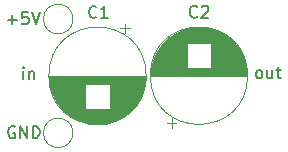
<source format=gbr>
G04 #@! TF.GenerationSoftware,KiCad,Pcbnew,(5.0.1)-3*
G04 #@! TF.CreationDate,2020-05-06T09:10:13+03:00*
G04 #@! TF.ProjectId,VienaTranPastiprinatajs,5669656E615472616E50617374697072,rev?*
G04 #@! TF.SameCoordinates,Original*
G04 #@! TF.FileFunction,Legend,Top*
G04 #@! TF.FilePolarity,Positive*
%FSLAX46Y46*%
G04 Gerber Fmt 4.6, Leading zero omitted, Abs format (unit mm)*
G04 Created by KiCad (PCBNEW (5.0.1)-3) date 06-May-20 9:10:13 AM*
%MOMM*%
%LPD*%
G01*
G04 APERTURE LIST*
%ADD10C,0.120000*%
%ADD11C,0.150000*%
G04 APERTURE END LIST*
D10*
G04 #@! TO.C,C1*
X93925000Y-45860302D02*
X93125000Y-45860302D01*
X93525000Y-45460302D02*
X93525000Y-46260302D01*
X91743000Y-53951000D02*
X90677000Y-53951000D01*
X91978000Y-53911000D02*
X90442000Y-53911000D01*
X92158000Y-53871000D02*
X90262000Y-53871000D01*
X92308000Y-53831000D02*
X90112000Y-53831000D01*
X92439000Y-53791000D02*
X89981000Y-53791000D01*
X92556000Y-53751000D02*
X89864000Y-53751000D01*
X92663000Y-53711000D02*
X89757000Y-53711000D01*
X92762000Y-53671000D02*
X89658000Y-53671000D01*
X92855000Y-53631000D02*
X89565000Y-53631000D01*
X92941000Y-53591000D02*
X89479000Y-53591000D01*
X93023000Y-53551000D02*
X89397000Y-53551000D01*
X93100000Y-53511000D02*
X89320000Y-53511000D01*
X93174000Y-53471000D02*
X89246000Y-53471000D01*
X93244000Y-53431000D02*
X89176000Y-53431000D01*
X93312000Y-53391000D02*
X89108000Y-53391000D01*
X93376000Y-53351000D02*
X89044000Y-53351000D01*
X93438000Y-53311000D02*
X88982000Y-53311000D01*
X93497000Y-53271000D02*
X88923000Y-53271000D01*
X93555000Y-53231000D02*
X88865000Y-53231000D01*
X93610000Y-53191000D02*
X88810000Y-53191000D01*
X93664000Y-53151000D02*
X88756000Y-53151000D01*
X93715000Y-53111000D02*
X88705000Y-53111000D01*
X93766000Y-53071000D02*
X88654000Y-53071000D01*
X93814000Y-53031000D02*
X88606000Y-53031000D01*
X93861000Y-52991000D02*
X88559000Y-52991000D01*
X93907000Y-52951000D02*
X88513000Y-52951000D01*
X93951000Y-52911000D02*
X88469000Y-52911000D01*
X93994000Y-52871000D02*
X88426000Y-52871000D01*
X94036000Y-52831000D02*
X88384000Y-52831000D01*
X94077000Y-52791000D02*
X88343000Y-52791000D01*
X94117000Y-52751000D02*
X88303000Y-52751000D01*
X94155000Y-52711000D02*
X88265000Y-52711000D01*
X94193000Y-52671000D02*
X88227000Y-52671000D01*
X90170000Y-52631000D02*
X88191000Y-52631000D01*
X94229000Y-52631000D02*
X92250000Y-52631000D01*
X90170000Y-52591000D02*
X88155000Y-52591000D01*
X94265000Y-52591000D02*
X92250000Y-52591000D01*
X90170000Y-52551000D02*
X88120000Y-52551000D01*
X94300000Y-52551000D02*
X92250000Y-52551000D01*
X90170000Y-52511000D02*
X88086000Y-52511000D01*
X94334000Y-52511000D02*
X92250000Y-52511000D01*
X90170000Y-52471000D02*
X88054000Y-52471000D01*
X94366000Y-52471000D02*
X92250000Y-52471000D01*
X90170000Y-52431000D02*
X88021000Y-52431000D01*
X94399000Y-52431000D02*
X92250000Y-52431000D01*
X90170000Y-52391000D02*
X87990000Y-52391000D01*
X94430000Y-52391000D02*
X92250000Y-52391000D01*
X90170000Y-52351000D02*
X87960000Y-52351000D01*
X94460000Y-52351000D02*
X92250000Y-52351000D01*
X90170000Y-52311000D02*
X87930000Y-52311000D01*
X94490000Y-52311000D02*
X92250000Y-52311000D01*
X90170000Y-52271000D02*
X87901000Y-52271000D01*
X94519000Y-52271000D02*
X92250000Y-52271000D01*
X90170000Y-52231000D02*
X87872000Y-52231000D01*
X94548000Y-52231000D02*
X92250000Y-52231000D01*
X90170000Y-52191000D02*
X87845000Y-52191000D01*
X94575000Y-52191000D02*
X92250000Y-52191000D01*
X90170000Y-52151000D02*
X87818000Y-52151000D01*
X94602000Y-52151000D02*
X92250000Y-52151000D01*
X90170000Y-52111000D02*
X87792000Y-52111000D01*
X94628000Y-52111000D02*
X92250000Y-52111000D01*
X90170000Y-52071000D02*
X87766000Y-52071000D01*
X94654000Y-52071000D02*
X92250000Y-52071000D01*
X90170000Y-52031000D02*
X87741000Y-52031000D01*
X94679000Y-52031000D02*
X92250000Y-52031000D01*
X90170000Y-51991000D02*
X87717000Y-51991000D01*
X94703000Y-51991000D02*
X92250000Y-51991000D01*
X90170000Y-51951000D02*
X87693000Y-51951000D01*
X94727000Y-51951000D02*
X92250000Y-51951000D01*
X90170000Y-51911000D02*
X87670000Y-51911000D01*
X94750000Y-51911000D02*
X92250000Y-51911000D01*
X90170000Y-51871000D02*
X87648000Y-51871000D01*
X94772000Y-51871000D02*
X92250000Y-51871000D01*
X90170000Y-51831000D02*
X87626000Y-51831000D01*
X94794000Y-51831000D02*
X92250000Y-51831000D01*
X90170000Y-51791000D02*
X87604000Y-51791000D01*
X94816000Y-51791000D02*
X92250000Y-51791000D01*
X90170000Y-51751000D02*
X87583000Y-51751000D01*
X94837000Y-51751000D02*
X92250000Y-51751000D01*
X90170000Y-51711000D02*
X87563000Y-51711000D01*
X94857000Y-51711000D02*
X92250000Y-51711000D01*
X90170000Y-51671000D02*
X87544000Y-51671000D01*
X94876000Y-51671000D02*
X92250000Y-51671000D01*
X90170000Y-51631000D02*
X87524000Y-51631000D01*
X94896000Y-51631000D02*
X92250000Y-51631000D01*
X90170000Y-51591000D02*
X87506000Y-51591000D01*
X94914000Y-51591000D02*
X92250000Y-51591000D01*
X90170000Y-51551000D02*
X87488000Y-51551000D01*
X94932000Y-51551000D02*
X92250000Y-51551000D01*
X90170000Y-51511000D02*
X87470000Y-51511000D01*
X94950000Y-51511000D02*
X92250000Y-51511000D01*
X90170000Y-51471000D02*
X87453000Y-51471000D01*
X94967000Y-51471000D02*
X92250000Y-51471000D01*
X90170000Y-51431000D02*
X87436000Y-51431000D01*
X94984000Y-51431000D02*
X92250000Y-51431000D01*
X90170000Y-51391000D02*
X87420000Y-51391000D01*
X95000000Y-51391000D02*
X92250000Y-51391000D01*
X90170000Y-51351000D02*
X87405000Y-51351000D01*
X95015000Y-51351000D02*
X92250000Y-51351000D01*
X90170000Y-51311000D02*
X87389000Y-51311000D01*
X95031000Y-51311000D02*
X92250000Y-51311000D01*
X90170000Y-51271000D02*
X87375000Y-51271000D01*
X95045000Y-51271000D02*
X92250000Y-51271000D01*
X90170000Y-51231000D02*
X87360000Y-51231000D01*
X95060000Y-51231000D02*
X92250000Y-51231000D01*
X90170000Y-51191000D02*
X87347000Y-51191000D01*
X95073000Y-51191000D02*
X92250000Y-51191000D01*
X90170000Y-51151000D02*
X87333000Y-51151000D01*
X95087000Y-51151000D02*
X92250000Y-51151000D01*
X90170000Y-51111000D02*
X87321000Y-51111000D01*
X95099000Y-51111000D02*
X92250000Y-51111000D01*
X90170000Y-51071000D02*
X87308000Y-51071000D01*
X95112000Y-51071000D02*
X92250000Y-51071000D01*
X90170000Y-51031000D02*
X87296000Y-51031000D01*
X95124000Y-51031000D02*
X92250000Y-51031000D01*
X90170000Y-50991000D02*
X87285000Y-50991000D01*
X95135000Y-50991000D02*
X92250000Y-50991000D01*
X90170000Y-50951000D02*
X87274000Y-50951000D01*
X95146000Y-50951000D02*
X92250000Y-50951000D01*
X90170000Y-50911000D02*
X87263000Y-50911000D01*
X95157000Y-50911000D02*
X92250000Y-50911000D01*
X90170000Y-50871000D02*
X87253000Y-50871000D01*
X95167000Y-50871000D02*
X92250000Y-50871000D01*
X90170000Y-50831000D02*
X87243000Y-50831000D01*
X95177000Y-50831000D02*
X92250000Y-50831000D01*
X90170000Y-50791000D02*
X87234000Y-50791000D01*
X95186000Y-50791000D02*
X92250000Y-50791000D01*
X90170000Y-50751000D02*
X87225000Y-50751000D01*
X95195000Y-50751000D02*
X92250000Y-50751000D01*
X90170000Y-50711000D02*
X87216000Y-50711000D01*
X95204000Y-50711000D02*
X92250000Y-50711000D01*
X90170000Y-50671000D02*
X87208000Y-50671000D01*
X95212000Y-50671000D02*
X92250000Y-50671000D01*
X90170000Y-50631000D02*
X87200000Y-50631000D01*
X95220000Y-50631000D02*
X92250000Y-50631000D01*
X90170000Y-50591000D02*
X87193000Y-50591000D01*
X95227000Y-50591000D02*
X92250000Y-50591000D01*
X95234000Y-50550000D02*
X87186000Y-50550000D01*
X95240000Y-50510000D02*
X87180000Y-50510000D01*
X95247000Y-50470000D02*
X87173000Y-50470000D01*
X95252000Y-50430000D02*
X87168000Y-50430000D01*
X95258000Y-50390000D02*
X87162000Y-50390000D01*
X95262000Y-50350000D02*
X87158000Y-50350000D01*
X95267000Y-50310000D02*
X87153000Y-50310000D01*
X95271000Y-50270000D02*
X87149000Y-50270000D01*
X95275000Y-50230000D02*
X87145000Y-50230000D01*
X95278000Y-50190000D02*
X87142000Y-50190000D01*
X95281000Y-50150000D02*
X87139000Y-50150000D01*
X95284000Y-50110000D02*
X87136000Y-50110000D01*
X95286000Y-50070000D02*
X87134000Y-50070000D01*
X95287000Y-50030000D02*
X87133000Y-50030000D01*
X95289000Y-49990000D02*
X87131000Y-49990000D01*
X95290000Y-49950000D02*
X87130000Y-49950000D01*
X95290000Y-49910000D02*
X87130000Y-49910000D01*
X95290000Y-49870000D02*
X87130000Y-49870000D01*
X95330000Y-49870000D02*
G75*
G03X95330000Y-49870000I-4120000J0D01*
G01*
G04 #@! TO.C,C2*
X103920000Y-49860000D02*
G75*
G03X103920000Y-49860000I-4120000J0D01*
G01*
X95720000Y-49860000D02*
X103880000Y-49860000D01*
X95720000Y-49820000D02*
X103880000Y-49820000D01*
X95720000Y-49780000D02*
X103880000Y-49780000D01*
X95721000Y-49740000D02*
X103879000Y-49740000D01*
X95723000Y-49700000D02*
X103877000Y-49700000D01*
X95724000Y-49660000D02*
X103876000Y-49660000D01*
X95726000Y-49620000D02*
X103874000Y-49620000D01*
X95729000Y-49580000D02*
X103871000Y-49580000D01*
X95732000Y-49540000D02*
X103868000Y-49540000D01*
X95735000Y-49500000D02*
X103865000Y-49500000D01*
X95739000Y-49460000D02*
X103861000Y-49460000D01*
X95743000Y-49420000D02*
X103857000Y-49420000D01*
X95748000Y-49380000D02*
X103852000Y-49380000D01*
X95752000Y-49340000D02*
X103848000Y-49340000D01*
X95758000Y-49300000D02*
X103842000Y-49300000D01*
X95763000Y-49260000D02*
X103837000Y-49260000D01*
X95770000Y-49220000D02*
X103830000Y-49220000D01*
X95776000Y-49180000D02*
X103824000Y-49180000D01*
X95783000Y-49139000D02*
X98760000Y-49139000D01*
X100840000Y-49139000D02*
X103817000Y-49139000D01*
X95790000Y-49099000D02*
X98760000Y-49099000D01*
X100840000Y-49099000D02*
X103810000Y-49099000D01*
X95798000Y-49059000D02*
X98760000Y-49059000D01*
X100840000Y-49059000D02*
X103802000Y-49059000D01*
X95806000Y-49019000D02*
X98760000Y-49019000D01*
X100840000Y-49019000D02*
X103794000Y-49019000D01*
X95815000Y-48979000D02*
X98760000Y-48979000D01*
X100840000Y-48979000D02*
X103785000Y-48979000D01*
X95824000Y-48939000D02*
X98760000Y-48939000D01*
X100840000Y-48939000D02*
X103776000Y-48939000D01*
X95833000Y-48899000D02*
X98760000Y-48899000D01*
X100840000Y-48899000D02*
X103767000Y-48899000D01*
X95843000Y-48859000D02*
X98760000Y-48859000D01*
X100840000Y-48859000D02*
X103757000Y-48859000D01*
X95853000Y-48819000D02*
X98760000Y-48819000D01*
X100840000Y-48819000D02*
X103747000Y-48819000D01*
X95864000Y-48779000D02*
X98760000Y-48779000D01*
X100840000Y-48779000D02*
X103736000Y-48779000D01*
X95875000Y-48739000D02*
X98760000Y-48739000D01*
X100840000Y-48739000D02*
X103725000Y-48739000D01*
X95886000Y-48699000D02*
X98760000Y-48699000D01*
X100840000Y-48699000D02*
X103714000Y-48699000D01*
X95898000Y-48659000D02*
X98760000Y-48659000D01*
X100840000Y-48659000D02*
X103702000Y-48659000D01*
X95911000Y-48619000D02*
X98760000Y-48619000D01*
X100840000Y-48619000D02*
X103689000Y-48619000D01*
X95923000Y-48579000D02*
X98760000Y-48579000D01*
X100840000Y-48579000D02*
X103677000Y-48579000D01*
X95937000Y-48539000D02*
X98760000Y-48539000D01*
X100840000Y-48539000D02*
X103663000Y-48539000D01*
X95950000Y-48499000D02*
X98760000Y-48499000D01*
X100840000Y-48499000D02*
X103650000Y-48499000D01*
X95965000Y-48459000D02*
X98760000Y-48459000D01*
X100840000Y-48459000D02*
X103635000Y-48459000D01*
X95979000Y-48419000D02*
X98760000Y-48419000D01*
X100840000Y-48419000D02*
X103621000Y-48419000D01*
X95995000Y-48379000D02*
X98760000Y-48379000D01*
X100840000Y-48379000D02*
X103605000Y-48379000D01*
X96010000Y-48339000D02*
X98760000Y-48339000D01*
X100840000Y-48339000D02*
X103590000Y-48339000D01*
X96026000Y-48299000D02*
X98760000Y-48299000D01*
X100840000Y-48299000D02*
X103574000Y-48299000D01*
X96043000Y-48259000D02*
X98760000Y-48259000D01*
X100840000Y-48259000D02*
X103557000Y-48259000D01*
X96060000Y-48219000D02*
X98760000Y-48219000D01*
X100840000Y-48219000D02*
X103540000Y-48219000D01*
X96078000Y-48179000D02*
X98760000Y-48179000D01*
X100840000Y-48179000D02*
X103522000Y-48179000D01*
X96096000Y-48139000D02*
X98760000Y-48139000D01*
X100840000Y-48139000D02*
X103504000Y-48139000D01*
X96114000Y-48099000D02*
X98760000Y-48099000D01*
X100840000Y-48099000D02*
X103486000Y-48099000D01*
X96134000Y-48059000D02*
X98760000Y-48059000D01*
X100840000Y-48059000D02*
X103466000Y-48059000D01*
X96153000Y-48019000D02*
X98760000Y-48019000D01*
X100840000Y-48019000D02*
X103447000Y-48019000D01*
X96173000Y-47979000D02*
X98760000Y-47979000D01*
X100840000Y-47979000D02*
X103427000Y-47979000D01*
X96194000Y-47939000D02*
X98760000Y-47939000D01*
X100840000Y-47939000D02*
X103406000Y-47939000D01*
X96216000Y-47899000D02*
X98760000Y-47899000D01*
X100840000Y-47899000D02*
X103384000Y-47899000D01*
X96238000Y-47859000D02*
X98760000Y-47859000D01*
X100840000Y-47859000D02*
X103362000Y-47859000D01*
X96260000Y-47819000D02*
X98760000Y-47819000D01*
X100840000Y-47819000D02*
X103340000Y-47819000D01*
X96283000Y-47779000D02*
X98760000Y-47779000D01*
X100840000Y-47779000D02*
X103317000Y-47779000D01*
X96307000Y-47739000D02*
X98760000Y-47739000D01*
X100840000Y-47739000D02*
X103293000Y-47739000D01*
X96331000Y-47699000D02*
X98760000Y-47699000D01*
X100840000Y-47699000D02*
X103269000Y-47699000D01*
X96356000Y-47659000D02*
X98760000Y-47659000D01*
X100840000Y-47659000D02*
X103244000Y-47659000D01*
X96382000Y-47619000D02*
X98760000Y-47619000D01*
X100840000Y-47619000D02*
X103218000Y-47619000D01*
X96408000Y-47579000D02*
X98760000Y-47579000D01*
X100840000Y-47579000D02*
X103192000Y-47579000D01*
X96435000Y-47539000D02*
X98760000Y-47539000D01*
X100840000Y-47539000D02*
X103165000Y-47539000D01*
X96462000Y-47499000D02*
X98760000Y-47499000D01*
X100840000Y-47499000D02*
X103138000Y-47499000D01*
X96491000Y-47459000D02*
X98760000Y-47459000D01*
X100840000Y-47459000D02*
X103109000Y-47459000D01*
X96520000Y-47419000D02*
X98760000Y-47419000D01*
X100840000Y-47419000D02*
X103080000Y-47419000D01*
X96550000Y-47379000D02*
X98760000Y-47379000D01*
X100840000Y-47379000D02*
X103050000Y-47379000D01*
X96580000Y-47339000D02*
X98760000Y-47339000D01*
X100840000Y-47339000D02*
X103020000Y-47339000D01*
X96611000Y-47299000D02*
X98760000Y-47299000D01*
X100840000Y-47299000D02*
X102989000Y-47299000D01*
X96644000Y-47259000D02*
X98760000Y-47259000D01*
X100840000Y-47259000D02*
X102956000Y-47259000D01*
X96676000Y-47219000D02*
X98760000Y-47219000D01*
X100840000Y-47219000D02*
X102924000Y-47219000D01*
X96710000Y-47179000D02*
X98760000Y-47179000D01*
X100840000Y-47179000D02*
X102890000Y-47179000D01*
X96745000Y-47139000D02*
X98760000Y-47139000D01*
X100840000Y-47139000D02*
X102855000Y-47139000D01*
X96781000Y-47099000D02*
X98760000Y-47099000D01*
X100840000Y-47099000D02*
X102819000Y-47099000D01*
X96817000Y-47059000D02*
X102783000Y-47059000D01*
X96855000Y-47019000D02*
X102745000Y-47019000D01*
X96893000Y-46979000D02*
X102707000Y-46979000D01*
X96933000Y-46939000D02*
X102667000Y-46939000D01*
X96974000Y-46899000D02*
X102626000Y-46899000D01*
X97016000Y-46859000D02*
X102584000Y-46859000D01*
X97059000Y-46819000D02*
X102541000Y-46819000D01*
X97103000Y-46779000D02*
X102497000Y-46779000D01*
X97149000Y-46739000D02*
X102451000Y-46739000D01*
X97196000Y-46699000D02*
X102404000Y-46699000D01*
X97244000Y-46659000D02*
X102356000Y-46659000D01*
X97295000Y-46619000D02*
X102305000Y-46619000D01*
X97346000Y-46579000D02*
X102254000Y-46579000D01*
X97400000Y-46539000D02*
X102200000Y-46539000D01*
X97455000Y-46499000D02*
X102145000Y-46499000D01*
X97513000Y-46459000D02*
X102087000Y-46459000D01*
X97572000Y-46419000D02*
X102028000Y-46419000D01*
X97634000Y-46379000D02*
X101966000Y-46379000D01*
X97698000Y-46339000D02*
X101902000Y-46339000D01*
X97766000Y-46299000D02*
X101834000Y-46299000D01*
X97836000Y-46259000D02*
X101764000Y-46259000D01*
X97910000Y-46219000D02*
X101690000Y-46219000D01*
X97987000Y-46179000D02*
X101613000Y-46179000D01*
X98069000Y-46139000D02*
X101531000Y-46139000D01*
X98155000Y-46099000D02*
X101445000Y-46099000D01*
X98248000Y-46059000D02*
X101352000Y-46059000D01*
X98347000Y-46019000D02*
X101253000Y-46019000D01*
X98454000Y-45979000D02*
X101146000Y-45979000D01*
X98571000Y-45939000D02*
X101029000Y-45939000D01*
X98702000Y-45899000D02*
X100898000Y-45899000D01*
X98852000Y-45859000D02*
X100748000Y-45859000D01*
X99032000Y-45819000D02*
X100568000Y-45819000D01*
X99267000Y-45779000D02*
X100333000Y-45779000D01*
X97485000Y-54269698D02*
X97485000Y-53469698D01*
X97085000Y-53869698D02*
X97885000Y-53869698D01*
G04 #@! TO.C,+5V*
X89131000Y-45060000D02*
G75*
G03X89131000Y-45060000I-1251000J0D01*
G01*
G04 #@! TO.C,GND*
X89131000Y-54700000D02*
G75*
G03X89131000Y-54700000I-1251000J0D01*
G01*
G04 #@! TO.C,out*
D11*
X104830476Y-50082380D02*
X104735238Y-50034761D01*
X104687619Y-49987142D01*
X104640000Y-49891904D01*
X104640000Y-49606190D01*
X104687619Y-49510952D01*
X104735238Y-49463333D01*
X104830476Y-49415714D01*
X104973333Y-49415714D01*
X105068571Y-49463333D01*
X105116190Y-49510952D01*
X105163809Y-49606190D01*
X105163809Y-49891904D01*
X105116190Y-49987142D01*
X105068571Y-50034761D01*
X104973333Y-50082380D01*
X104830476Y-50082380D01*
X106020952Y-49415714D02*
X106020952Y-50082380D01*
X105592380Y-49415714D02*
X105592380Y-49939523D01*
X105640000Y-50034761D01*
X105735238Y-50082380D01*
X105878095Y-50082380D01*
X105973333Y-50034761D01*
X106020952Y-49987142D01*
X106354285Y-49415714D02*
X106735238Y-49415714D01*
X106497142Y-49082380D02*
X106497142Y-49939523D01*
X106544761Y-50034761D01*
X106640000Y-50082380D01*
X106735238Y-50082380D01*
G04 #@! TO.C,C1*
X91113333Y-44857142D02*
X91065714Y-44904761D01*
X90922857Y-44952380D01*
X90827619Y-44952380D01*
X90684761Y-44904761D01*
X90589523Y-44809523D01*
X90541904Y-44714285D01*
X90494285Y-44523809D01*
X90494285Y-44380952D01*
X90541904Y-44190476D01*
X90589523Y-44095238D01*
X90684761Y-44000000D01*
X90827619Y-43952380D01*
X90922857Y-43952380D01*
X91065714Y-44000000D01*
X91113333Y-44047619D01*
X92065714Y-44952380D02*
X91494285Y-44952380D01*
X91780000Y-44952380D02*
X91780000Y-43952380D01*
X91684761Y-44095238D01*
X91589523Y-44190476D01*
X91494285Y-44238095D01*
G04 #@! TO.C,C2*
X99643333Y-44837142D02*
X99595714Y-44884761D01*
X99452857Y-44932380D01*
X99357619Y-44932380D01*
X99214761Y-44884761D01*
X99119523Y-44789523D01*
X99071904Y-44694285D01*
X99024285Y-44503809D01*
X99024285Y-44360952D01*
X99071904Y-44170476D01*
X99119523Y-44075238D01*
X99214761Y-43980000D01*
X99357619Y-43932380D01*
X99452857Y-43932380D01*
X99595714Y-43980000D01*
X99643333Y-44027619D01*
X100024285Y-44027619D02*
X100071904Y-43980000D01*
X100167142Y-43932380D01*
X100405238Y-43932380D01*
X100500476Y-43980000D01*
X100548095Y-44027619D01*
X100595714Y-44122857D01*
X100595714Y-44218095D01*
X100548095Y-44360952D01*
X99976666Y-44932380D01*
X100595714Y-44932380D01*
G04 #@! TO.C,in*
X84937619Y-50122380D02*
X84937619Y-49455714D01*
X84937619Y-49122380D02*
X84890000Y-49170000D01*
X84937619Y-49217619D01*
X84985238Y-49170000D01*
X84937619Y-49122380D01*
X84937619Y-49217619D01*
X85413809Y-49455714D02*
X85413809Y-50122380D01*
X85413809Y-49550952D02*
X85461428Y-49503333D01*
X85556666Y-49455714D01*
X85699523Y-49455714D01*
X85794761Y-49503333D01*
X85842380Y-49598571D01*
X85842380Y-50122380D01*
G04 #@! TO.C,+5V*
X83614285Y-45111428D02*
X84376190Y-45111428D01*
X83995238Y-45492380D02*
X83995238Y-44730476D01*
X85328571Y-44492380D02*
X84852380Y-44492380D01*
X84804761Y-44968571D01*
X84852380Y-44920952D01*
X84947619Y-44873333D01*
X85185714Y-44873333D01*
X85280952Y-44920952D01*
X85328571Y-44968571D01*
X85376190Y-45063809D01*
X85376190Y-45301904D01*
X85328571Y-45397142D01*
X85280952Y-45444761D01*
X85185714Y-45492380D01*
X84947619Y-45492380D01*
X84852380Y-45444761D01*
X84804761Y-45397142D01*
X85661904Y-44492380D02*
X85995238Y-45492380D01*
X86328571Y-44492380D01*
G04 #@! TO.C,GND*
X84208095Y-54190000D02*
X84112857Y-54142380D01*
X83970000Y-54142380D01*
X83827142Y-54190000D01*
X83731904Y-54285238D01*
X83684285Y-54380476D01*
X83636666Y-54570952D01*
X83636666Y-54713809D01*
X83684285Y-54904285D01*
X83731904Y-54999523D01*
X83827142Y-55094761D01*
X83970000Y-55142380D01*
X84065238Y-55142380D01*
X84208095Y-55094761D01*
X84255714Y-55047142D01*
X84255714Y-54713809D01*
X84065238Y-54713809D01*
X84684285Y-55142380D02*
X84684285Y-54142380D01*
X85255714Y-55142380D01*
X85255714Y-54142380D01*
X85731904Y-55142380D02*
X85731904Y-54142380D01*
X85970000Y-54142380D01*
X86112857Y-54190000D01*
X86208095Y-54285238D01*
X86255714Y-54380476D01*
X86303333Y-54570952D01*
X86303333Y-54713809D01*
X86255714Y-54904285D01*
X86208095Y-54999523D01*
X86112857Y-55094761D01*
X85970000Y-55142380D01*
X85731904Y-55142380D01*
G04 #@! TD*
M02*

</source>
